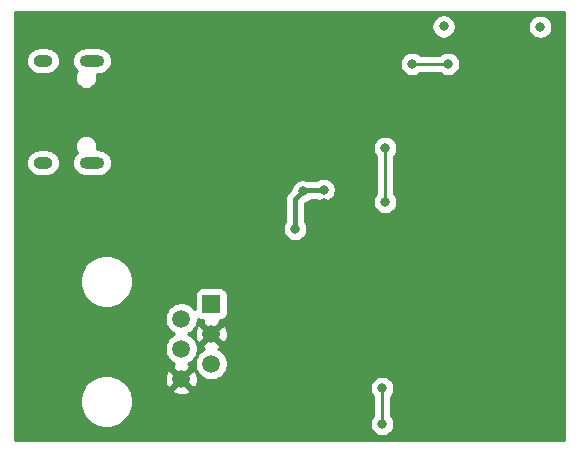
<source format=gbl>
%TF.GenerationSoftware,KiCad,Pcbnew,5.1.10-88a1d61d58~90~ubuntu20.04.1*%
%TF.CreationDate,2021-11-06T01:12:53+01:00*%
%TF.ProjectId,e-meter-usb-c,652d6d65-7465-4722-9d75-73622d632e6b,rev?*%
%TF.SameCoordinates,Original*%
%TF.FileFunction,Copper,L2,Bot*%
%TF.FilePolarity,Positive*%
%FSLAX46Y46*%
G04 Gerber Fmt 4.6, Leading zero omitted, Abs format (unit mm)*
G04 Created by KiCad (PCBNEW 5.1.10-88a1d61d58~90~ubuntu20.04.1) date 2021-11-06 01:12:53*
%MOMM*%
%LPD*%
G01*
G04 APERTURE LIST*
%TA.AperFunction,ComponentPad*%
%ADD10O,2.100000X1.000000*%
%TD*%
%TA.AperFunction,ComponentPad*%
%ADD11O,1.600000X1.000000*%
%TD*%
%TA.AperFunction,ComponentPad*%
%ADD12R,1.520000X1.520000*%
%TD*%
%TA.AperFunction,ComponentPad*%
%ADD13C,1.520000*%
%TD*%
%TA.AperFunction,ViaPad*%
%ADD14C,0.800000*%
%TD*%
%TA.AperFunction,Conductor*%
%ADD15C,0.400000*%
%TD*%
%TA.AperFunction,Conductor*%
%ADD16C,0.250000*%
%TD*%
%TA.AperFunction,Conductor*%
%ADD17C,0.254000*%
%TD*%
%TA.AperFunction,Conductor*%
%ADD18C,0.100000*%
%TD*%
G04 APERTURE END LIST*
D10*
%TO.P,J2,S1*%
%TO.N,Net-(J2-PadS1)*%
X114890000Y-38864000D03*
X114890000Y-30224000D03*
D11*
X110710000Y-30224000D03*
X110710000Y-38864000D03*
%TD*%
D12*
%TO.P,J1,1*%
%TO.N,/HAN_DATA_REQ*%
X124968000Y-50800000D03*
D13*
%TO.P,J1,2*%
X122428000Y-52070000D03*
%TO.P,J1,3*%
%TO.N,GND*%
X124968000Y-53340000D03*
%TO.P,J1,4*%
%TO.N,Net-(J1-Pad4)*%
X122428000Y-54610000D03*
%TO.P,J1,5*%
%TO.N,/HAN_DATA*%
X124968000Y-55880000D03*
%TO.P,J1,6*%
%TO.N,GND*%
X122428000Y-57150000D03*
%TD*%
D14*
%TO.N,GND*%
X134493000Y-42291000D03*
X128841500Y-57340500D03*
X137160000Y-32766000D03*
X137160000Y-35814000D03*
X153543000Y-58293000D03*
X153924000Y-34036000D03*
X149352000Y-46990000D03*
X148336000Y-35560000D03*
X117856000Y-31496000D03*
X117856000Y-38100000D03*
X129794000Y-27432000D03*
X120650000Y-27686000D03*
X138430000Y-28702000D03*
X117856000Y-29083000D03*
X127381000Y-49784000D03*
X127571500Y-52514500D03*
X128524000Y-43942000D03*
X130746500Y-43942000D03*
%TO.N,+3V3*%
X134492999Y-41148000D03*
X132080000Y-44450000D03*
X132715000Y-41275000D03*
%TO.N,/ESP_EN*%
X144653000Y-27305000D03*
X152817000Y-27341000D03*
X141986000Y-30480000D03*
X144997000Y-30480000D03*
%TO.N,/HAN_TO_ESP*%
X139446000Y-60960000D03*
X139446000Y-57949000D03*
%TO.N,/ESP_IO0*%
X139700000Y-37592000D03*
X139700000Y-42164000D03*
%TD*%
D15*
%TO.N,+3V3*%
X134492999Y-41148000D02*
X133096000Y-41148000D01*
X133096000Y-41148000D02*
X132842000Y-41148000D01*
X132080000Y-41910000D02*
X132715000Y-41275000D01*
X132080000Y-44450000D02*
X132080000Y-41910000D01*
X132842000Y-41148000D02*
X132842000Y-41148000D01*
X132715000Y-41275000D02*
X132842000Y-41148000D01*
D16*
%TO.N,/ESP_EN*%
X141986000Y-30480000D02*
X144997000Y-30480000D01*
%TO.N,/HAN_TO_ESP*%
X139446000Y-60960000D02*
X139446000Y-57949000D01*
%TO.N,/ESP_IO0*%
X139700000Y-37592000D02*
X139700000Y-42164000D01*
%TD*%
D17*
%TO.N,GND*%
X154813000Y-62307000D02*
X108381000Y-62307000D01*
X108381000Y-58827409D01*
X113818000Y-58827409D01*
X113818000Y-59272591D01*
X113904851Y-59709218D01*
X114075214Y-60120511D01*
X114322544Y-60490666D01*
X114637334Y-60805456D01*
X115007489Y-61052786D01*
X115418782Y-61223149D01*
X115855409Y-61310000D01*
X116300591Y-61310000D01*
X116737218Y-61223149D01*
X117148511Y-61052786D01*
X117518666Y-60805456D01*
X117833456Y-60490666D01*
X118080786Y-60120511D01*
X118251149Y-59709218D01*
X118338000Y-59272591D01*
X118338000Y-58827409D01*
X118251149Y-58390782D01*
X118136559Y-58114137D01*
X121643469Y-58114137D01*
X121710206Y-58354025D01*
X121958892Y-58470924D01*
X122225606Y-58537061D01*
X122500097Y-58549895D01*
X122771817Y-58508931D01*
X123030326Y-58415744D01*
X123145794Y-58354025D01*
X123212531Y-58114137D01*
X122428000Y-57329605D01*
X121643469Y-58114137D01*
X118136559Y-58114137D01*
X118080786Y-57979489D01*
X117833456Y-57609334D01*
X117518666Y-57294544D01*
X117410242Y-57222097D01*
X121028105Y-57222097D01*
X121069069Y-57493817D01*
X121162256Y-57752326D01*
X121223975Y-57867794D01*
X121463863Y-57934531D01*
X122248395Y-57150000D01*
X122607605Y-57150000D01*
X123392137Y-57934531D01*
X123632025Y-57867794D01*
X123641770Y-57847061D01*
X138411000Y-57847061D01*
X138411000Y-58050939D01*
X138450774Y-58250898D01*
X138528795Y-58439256D01*
X138642063Y-58608774D01*
X138686001Y-58652712D01*
X138686000Y-60256289D01*
X138642063Y-60300226D01*
X138528795Y-60469744D01*
X138450774Y-60658102D01*
X138411000Y-60858061D01*
X138411000Y-61061939D01*
X138450774Y-61261898D01*
X138528795Y-61450256D01*
X138642063Y-61619774D01*
X138786226Y-61763937D01*
X138955744Y-61877205D01*
X139144102Y-61955226D01*
X139344061Y-61995000D01*
X139547939Y-61995000D01*
X139747898Y-61955226D01*
X139936256Y-61877205D01*
X140105774Y-61763937D01*
X140249937Y-61619774D01*
X140363205Y-61450256D01*
X140441226Y-61261898D01*
X140481000Y-61061939D01*
X140481000Y-60858061D01*
X140441226Y-60658102D01*
X140363205Y-60469744D01*
X140249937Y-60300226D01*
X140206000Y-60256289D01*
X140206000Y-58652711D01*
X140249937Y-58608774D01*
X140363205Y-58439256D01*
X140441226Y-58250898D01*
X140481000Y-58050939D01*
X140481000Y-57847061D01*
X140441226Y-57647102D01*
X140363205Y-57458744D01*
X140249937Y-57289226D01*
X140105774Y-57145063D01*
X139936256Y-57031795D01*
X139747898Y-56953774D01*
X139547939Y-56914000D01*
X139344061Y-56914000D01*
X139144102Y-56953774D01*
X138955744Y-57031795D01*
X138786226Y-57145063D01*
X138642063Y-57289226D01*
X138528795Y-57458744D01*
X138450774Y-57647102D01*
X138411000Y-57847061D01*
X123641770Y-57847061D01*
X123748924Y-57619108D01*
X123815061Y-57352394D01*
X123827895Y-57077903D01*
X123786931Y-56806183D01*
X123693744Y-56547674D01*
X123632025Y-56432206D01*
X123392137Y-56365469D01*
X122607605Y-57150000D01*
X122248395Y-57150000D01*
X121463863Y-56365469D01*
X121223975Y-56432206D01*
X121107076Y-56680892D01*
X121040939Y-56947606D01*
X121028105Y-57222097D01*
X117410242Y-57222097D01*
X117148511Y-57047214D01*
X116737218Y-56876851D01*
X116300591Y-56790000D01*
X115855409Y-56790000D01*
X115418782Y-56876851D01*
X115007489Y-57047214D01*
X114637334Y-57294544D01*
X114322544Y-57609334D01*
X114075214Y-57979489D01*
X113904851Y-58390782D01*
X113818000Y-58827409D01*
X108381000Y-58827409D01*
X108381000Y-51932604D01*
X121033000Y-51932604D01*
X121033000Y-52207396D01*
X121086609Y-52476907D01*
X121191767Y-52730780D01*
X121344433Y-52959261D01*
X121538739Y-53153567D01*
X121767220Y-53306233D01*
X121848740Y-53340000D01*
X121767220Y-53373767D01*
X121538739Y-53526433D01*
X121344433Y-53720739D01*
X121191767Y-53949220D01*
X121086609Y-54203093D01*
X121033000Y-54472604D01*
X121033000Y-54747396D01*
X121086609Y-55016907D01*
X121191767Y-55270780D01*
X121344433Y-55499261D01*
X121538739Y-55693567D01*
X121767220Y-55846233D01*
X121843501Y-55877830D01*
X121825674Y-55884256D01*
X121710206Y-55945975D01*
X121643469Y-56185863D01*
X122428000Y-56970395D01*
X123212531Y-56185863D01*
X123145794Y-55945975D01*
X123006293Y-55880400D01*
X123088780Y-55846233D01*
X123243871Y-55742604D01*
X123573000Y-55742604D01*
X123573000Y-56017396D01*
X123626609Y-56286907D01*
X123731767Y-56540780D01*
X123884433Y-56769261D01*
X124078739Y-56963567D01*
X124307220Y-57116233D01*
X124561093Y-57221391D01*
X124830604Y-57275000D01*
X125105396Y-57275000D01*
X125374907Y-57221391D01*
X125628780Y-57116233D01*
X125857261Y-56963567D01*
X126051567Y-56769261D01*
X126204233Y-56540780D01*
X126309391Y-56286907D01*
X126363000Y-56017396D01*
X126363000Y-55742604D01*
X126309391Y-55473093D01*
X126204233Y-55219220D01*
X126051567Y-54990739D01*
X125857261Y-54796433D01*
X125628780Y-54643767D01*
X125552499Y-54612170D01*
X125570326Y-54605744D01*
X125685794Y-54544025D01*
X125752531Y-54304137D01*
X124968000Y-53519605D01*
X124183469Y-54304137D01*
X124250206Y-54544025D01*
X124389707Y-54609600D01*
X124307220Y-54643767D01*
X124078739Y-54796433D01*
X123884433Y-54990739D01*
X123731767Y-55219220D01*
X123626609Y-55473093D01*
X123573000Y-55742604D01*
X123243871Y-55742604D01*
X123317261Y-55693567D01*
X123511567Y-55499261D01*
X123664233Y-55270780D01*
X123769391Y-55016907D01*
X123823000Y-54747396D01*
X123823000Y-54472604D01*
X123769391Y-54203093D01*
X123664233Y-53949220D01*
X123511567Y-53720739D01*
X123317261Y-53526433D01*
X123146145Y-53412097D01*
X123568105Y-53412097D01*
X123609069Y-53683817D01*
X123702256Y-53942326D01*
X123763975Y-54057794D01*
X124003863Y-54124531D01*
X124788395Y-53340000D01*
X125147605Y-53340000D01*
X125932137Y-54124531D01*
X126172025Y-54057794D01*
X126288924Y-53809108D01*
X126355061Y-53542394D01*
X126367895Y-53267903D01*
X126326931Y-52996183D01*
X126233744Y-52737674D01*
X126172025Y-52622206D01*
X125932137Y-52555469D01*
X125147605Y-53340000D01*
X124788395Y-53340000D01*
X124003863Y-52555469D01*
X123763975Y-52622206D01*
X123647076Y-52870892D01*
X123580939Y-53137606D01*
X123568105Y-53412097D01*
X123146145Y-53412097D01*
X123088780Y-53373767D01*
X123007260Y-53340000D01*
X123088780Y-53306233D01*
X123317261Y-53153567D01*
X123511567Y-52959261D01*
X123664233Y-52730780D01*
X123769391Y-52476907D01*
X123823000Y-52207396D01*
X123823000Y-52065501D01*
X123853506Y-52090537D01*
X123963820Y-52149502D01*
X124083518Y-52185812D01*
X124208000Y-52198072D01*
X124232931Y-52198072D01*
X124183469Y-52375863D01*
X124968000Y-53160395D01*
X125752531Y-52375863D01*
X125703069Y-52198072D01*
X125728000Y-52198072D01*
X125852482Y-52185812D01*
X125972180Y-52149502D01*
X126082494Y-52090537D01*
X126179185Y-52011185D01*
X126258537Y-51914494D01*
X126317502Y-51804180D01*
X126353812Y-51684482D01*
X126366072Y-51560000D01*
X126366072Y-50040000D01*
X126353812Y-49915518D01*
X126317502Y-49795820D01*
X126258537Y-49685506D01*
X126179185Y-49588815D01*
X126082494Y-49509463D01*
X125972180Y-49450498D01*
X125852482Y-49414188D01*
X125728000Y-49401928D01*
X124208000Y-49401928D01*
X124083518Y-49414188D01*
X123963820Y-49450498D01*
X123853506Y-49509463D01*
X123756815Y-49588815D01*
X123677463Y-49685506D01*
X123618498Y-49795820D01*
X123582188Y-49915518D01*
X123569928Y-50040000D01*
X123569928Y-51268082D01*
X123511567Y-51180739D01*
X123317261Y-50986433D01*
X123088780Y-50833767D01*
X122834907Y-50728609D01*
X122565396Y-50675000D01*
X122290604Y-50675000D01*
X122021093Y-50728609D01*
X121767220Y-50833767D01*
X121538739Y-50986433D01*
X121344433Y-51180739D01*
X121191767Y-51409220D01*
X121086609Y-51663093D01*
X121033000Y-51932604D01*
X108381000Y-51932604D01*
X108381000Y-48667409D01*
X113818000Y-48667409D01*
X113818000Y-49112591D01*
X113904851Y-49549218D01*
X114075214Y-49960511D01*
X114322544Y-50330666D01*
X114637334Y-50645456D01*
X115007489Y-50892786D01*
X115418782Y-51063149D01*
X115855409Y-51150000D01*
X116300591Y-51150000D01*
X116737218Y-51063149D01*
X117148511Y-50892786D01*
X117518666Y-50645456D01*
X117833456Y-50330666D01*
X118080786Y-49960511D01*
X118251149Y-49549218D01*
X118338000Y-49112591D01*
X118338000Y-48667409D01*
X118251149Y-48230782D01*
X118080786Y-47819489D01*
X117833456Y-47449334D01*
X117518666Y-47134544D01*
X117148511Y-46887214D01*
X116737218Y-46716851D01*
X116300591Y-46630000D01*
X115855409Y-46630000D01*
X115418782Y-46716851D01*
X115007489Y-46887214D01*
X114637334Y-47134544D01*
X114322544Y-47449334D01*
X114075214Y-47819489D01*
X113904851Y-48230782D01*
X113818000Y-48667409D01*
X108381000Y-48667409D01*
X108381000Y-44348061D01*
X131045000Y-44348061D01*
X131045000Y-44551939D01*
X131084774Y-44751898D01*
X131162795Y-44940256D01*
X131276063Y-45109774D01*
X131420226Y-45253937D01*
X131589744Y-45367205D01*
X131778102Y-45445226D01*
X131978061Y-45485000D01*
X132181939Y-45485000D01*
X132381898Y-45445226D01*
X132570256Y-45367205D01*
X132739774Y-45253937D01*
X132883937Y-45109774D01*
X132997205Y-44940256D01*
X133075226Y-44751898D01*
X133115000Y-44551939D01*
X133115000Y-44348061D01*
X133075226Y-44148102D01*
X132997205Y-43959744D01*
X132915000Y-43836715D01*
X132915000Y-42290495D01*
X133016898Y-42270226D01*
X133205256Y-42192205D01*
X133374774Y-42078937D01*
X133470711Y-41983000D01*
X133879714Y-41983000D01*
X134002743Y-42065205D01*
X134191101Y-42143226D01*
X134391060Y-42183000D01*
X134594938Y-42183000D01*
X134794897Y-42143226D01*
X134983255Y-42065205D01*
X135152773Y-41951937D01*
X135296936Y-41807774D01*
X135410204Y-41638256D01*
X135488225Y-41449898D01*
X135527999Y-41249939D01*
X135527999Y-41046061D01*
X135488225Y-40846102D01*
X135410204Y-40657744D01*
X135296936Y-40488226D01*
X135152773Y-40344063D01*
X134983255Y-40230795D01*
X134794897Y-40152774D01*
X134594938Y-40113000D01*
X134391060Y-40113000D01*
X134191101Y-40152774D01*
X134002743Y-40230795D01*
X133879714Y-40313000D01*
X133097112Y-40313000D01*
X133016898Y-40279774D01*
X132816939Y-40240000D01*
X132613061Y-40240000D01*
X132413102Y-40279774D01*
X132224744Y-40357795D01*
X132055226Y-40471063D01*
X131911063Y-40615226D01*
X131797795Y-40784744D01*
X131719774Y-40973102D01*
X131690908Y-41118225D01*
X131518573Y-41290559D01*
X131486710Y-41316709D01*
X131437281Y-41376939D01*
X131382364Y-41443855D01*
X131304828Y-41588914D01*
X131257082Y-41746312D01*
X131240960Y-41910000D01*
X131245001Y-41951028D01*
X131245000Y-43836715D01*
X131162795Y-43959744D01*
X131084774Y-44148102D01*
X131045000Y-44348061D01*
X108381000Y-44348061D01*
X108381000Y-38864000D01*
X109269509Y-38864000D01*
X109291423Y-39086499D01*
X109356324Y-39300447D01*
X109461716Y-39497623D01*
X109603551Y-39670449D01*
X109776377Y-39812284D01*
X109973553Y-39917676D01*
X110187501Y-39982577D01*
X110354248Y-39999000D01*
X111065752Y-39999000D01*
X111232499Y-39982577D01*
X111446447Y-39917676D01*
X111643623Y-39812284D01*
X111816449Y-39670449D01*
X111958284Y-39497623D01*
X112063676Y-39300447D01*
X112128577Y-39086499D01*
X112150491Y-38864000D01*
X113199509Y-38864000D01*
X113221423Y-39086499D01*
X113286324Y-39300447D01*
X113391716Y-39497623D01*
X113533551Y-39670449D01*
X113706377Y-39812284D01*
X113903553Y-39917676D01*
X114117501Y-39982577D01*
X114284248Y-39999000D01*
X115495752Y-39999000D01*
X115662499Y-39982577D01*
X115876447Y-39917676D01*
X116073623Y-39812284D01*
X116246449Y-39670449D01*
X116388284Y-39497623D01*
X116493676Y-39300447D01*
X116558577Y-39086499D01*
X116580491Y-38864000D01*
X116558577Y-38641501D01*
X116493676Y-38427553D01*
X116388284Y-38230377D01*
X116246449Y-38057551D01*
X116073623Y-37915716D01*
X115876447Y-37810324D01*
X115662499Y-37745423D01*
X115495752Y-37729000D01*
X115276904Y-37729000D01*
X115283108Y-37714022D01*
X115320000Y-37528552D01*
X115320000Y-37490061D01*
X138665000Y-37490061D01*
X138665000Y-37693939D01*
X138704774Y-37893898D01*
X138782795Y-38082256D01*
X138896063Y-38251774D01*
X138940000Y-38295711D01*
X138940001Y-41460288D01*
X138896063Y-41504226D01*
X138782795Y-41673744D01*
X138704774Y-41862102D01*
X138665000Y-42062061D01*
X138665000Y-42265939D01*
X138704774Y-42465898D01*
X138782795Y-42654256D01*
X138896063Y-42823774D01*
X139040226Y-42967937D01*
X139209744Y-43081205D01*
X139398102Y-43159226D01*
X139598061Y-43199000D01*
X139801939Y-43199000D01*
X140001898Y-43159226D01*
X140190256Y-43081205D01*
X140359774Y-42967937D01*
X140503937Y-42823774D01*
X140617205Y-42654256D01*
X140695226Y-42465898D01*
X140735000Y-42265939D01*
X140735000Y-42062061D01*
X140695226Y-41862102D01*
X140617205Y-41673744D01*
X140503937Y-41504226D01*
X140460000Y-41460289D01*
X140460000Y-38295711D01*
X140503937Y-38251774D01*
X140617205Y-38082256D01*
X140695226Y-37893898D01*
X140735000Y-37693939D01*
X140735000Y-37490061D01*
X140695226Y-37290102D01*
X140617205Y-37101744D01*
X140503937Y-36932226D01*
X140359774Y-36788063D01*
X140190256Y-36674795D01*
X140001898Y-36596774D01*
X139801939Y-36557000D01*
X139598061Y-36557000D01*
X139398102Y-36596774D01*
X139209744Y-36674795D01*
X139040226Y-36788063D01*
X138896063Y-36932226D01*
X138782795Y-37101744D01*
X138704774Y-37290102D01*
X138665000Y-37490061D01*
X115320000Y-37490061D01*
X115320000Y-37339448D01*
X115283108Y-37153978D01*
X115210741Y-36979269D01*
X115105681Y-36822036D01*
X114971964Y-36688319D01*
X114814731Y-36583259D01*
X114640022Y-36510892D01*
X114454552Y-36474000D01*
X114265448Y-36474000D01*
X114079978Y-36510892D01*
X113905269Y-36583259D01*
X113748036Y-36688319D01*
X113614319Y-36822036D01*
X113509259Y-36979269D01*
X113436892Y-37153978D01*
X113400000Y-37339448D01*
X113400000Y-37528552D01*
X113436892Y-37714022D01*
X113509259Y-37888731D01*
X113590715Y-38010638D01*
X113533551Y-38057551D01*
X113391716Y-38230377D01*
X113286324Y-38427553D01*
X113221423Y-38641501D01*
X113199509Y-38864000D01*
X112150491Y-38864000D01*
X112128577Y-38641501D01*
X112063676Y-38427553D01*
X111958284Y-38230377D01*
X111816449Y-38057551D01*
X111643623Y-37915716D01*
X111446447Y-37810324D01*
X111232499Y-37745423D01*
X111065752Y-37729000D01*
X110354248Y-37729000D01*
X110187501Y-37745423D01*
X109973553Y-37810324D01*
X109776377Y-37915716D01*
X109603551Y-38057551D01*
X109461716Y-38230377D01*
X109356324Y-38427553D01*
X109291423Y-38641501D01*
X109269509Y-38864000D01*
X108381000Y-38864000D01*
X108381000Y-30224000D01*
X109269509Y-30224000D01*
X109291423Y-30446499D01*
X109356324Y-30660447D01*
X109461716Y-30857623D01*
X109603551Y-31030449D01*
X109776377Y-31172284D01*
X109973553Y-31277676D01*
X110187501Y-31342577D01*
X110354248Y-31359000D01*
X111065752Y-31359000D01*
X111232499Y-31342577D01*
X111446447Y-31277676D01*
X111643623Y-31172284D01*
X111816449Y-31030449D01*
X111958284Y-30857623D01*
X112063676Y-30660447D01*
X112128577Y-30446499D01*
X112150491Y-30224000D01*
X113199509Y-30224000D01*
X113221423Y-30446499D01*
X113286324Y-30660447D01*
X113391716Y-30857623D01*
X113533551Y-31030449D01*
X113590715Y-31077362D01*
X113509259Y-31199269D01*
X113436892Y-31373978D01*
X113400000Y-31559448D01*
X113400000Y-31748552D01*
X113436892Y-31934022D01*
X113509259Y-32108731D01*
X113614319Y-32265964D01*
X113748036Y-32399681D01*
X113905269Y-32504741D01*
X114079978Y-32577108D01*
X114265448Y-32614000D01*
X114454552Y-32614000D01*
X114640022Y-32577108D01*
X114814731Y-32504741D01*
X114971964Y-32399681D01*
X115105681Y-32265964D01*
X115210741Y-32108731D01*
X115283108Y-31934022D01*
X115320000Y-31748552D01*
X115320000Y-31559448D01*
X115283108Y-31373978D01*
X115276904Y-31359000D01*
X115495752Y-31359000D01*
X115662499Y-31342577D01*
X115876447Y-31277676D01*
X116073623Y-31172284D01*
X116246449Y-31030449D01*
X116388284Y-30857623D01*
X116493676Y-30660447D01*
X116558577Y-30446499D01*
X116565317Y-30378061D01*
X140951000Y-30378061D01*
X140951000Y-30581939D01*
X140990774Y-30781898D01*
X141068795Y-30970256D01*
X141182063Y-31139774D01*
X141326226Y-31283937D01*
X141495744Y-31397205D01*
X141684102Y-31475226D01*
X141884061Y-31515000D01*
X142087939Y-31515000D01*
X142287898Y-31475226D01*
X142476256Y-31397205D01*
X142645774Y-31283937D01*
X142689711Y-31240000D01*
X144293289Y-31240000D01*
X144337226Y-31283937D01*
X144506744Y-31397205D01*
X144695102Y-31475226D01*
X144895061Y-31515000D01*
X145098939Y-31515000D01*
X145298898Y-31475226D01*
X145487256Y-31397205D01*
X145656774Y-31283937D01*
X145800937Y-31139774D01*
X145914205Y-30970256D01*
X145992226Y-30781898D01*
X146032000Y-30581939D01*
X146032000Y-30378061D01*
X145992226Y-30178102D01*
X145914205Y-29989744D01*
X145800937Y-29820226D01*
X145656774Y-29676063D01*
X145487256Y-29562795D01*
X145298898Y-29484774D01*
X145098939Y-29445000D01*
X144895061Y-29445000D01*
X144695102Y-29484774D01*
X144506744Y-29562795D01*
X144337226Y-29676063D01*
X144293289Y-29720000D01*
X142689711Y-29720000D01*
X142645774Y-29676063D01*
X142476256Y-29562795D01*
X142287898Y-29484774D01*
X142087939Y-29445000D01*
X141884061Y-29445000D01*
X141684102Y-29484774D01*
X141495744Y-29562795D01*
X141326226Y-29676063D01*
X141182063Y-29820226D01*
X141068795Y-29989744D01*
X140990774Y-30178102D01*
X140951000Y-30378061D01*
X116565317Y-30378061D01*
X116580491Y-30224000D01*
X116558577Y-30001501D01*
X116493676Y-29787553D01*
X116388284Y-29590377D01*
X116246449Y-29417551D01*
X116073623Y-29275716D01*
X115876447Y-29170324D01*
X115662499Y-29105423D01*
X115495752Y-29089000D01*
X114284248Y-29089000D01*
X114117501Y-29105423D01*
X113903553Y-29170324D01*
X113706377Y-29275716D01*
X113533551Y-29417551D01*
X113391716Y-29590377D01*
X113286324Y-29787553D01*
X113221423Y-30001501D01*
X113199509Y-30224000D01*
X112150491Y-30224000D01*
X112128577Y-30001501D01*
X112063676Y-29787553D01*
X111958284Y-29590377D01*
X111816449Y-29417551D01*
X111643623Y-29275716D01*
X111446447Y-29170324D01*
X111232499Y-29105423D01*
X111065752Y-29089000D01*
X110354248Y-29089000D01*
X110187501Y-29105423D01*
X109973553Y-29170324D01*
X109776377Y-29275716D01*
X109603551Y-29417551D01*
X109461716Y-29590377D01*
X109356324Y-29787553D01*
X109291423Y-30001501D01*
X109269509Y-30224000D01*
X108381000Y-30224000D01*
X108381000Y-27203061D01*
X143618000Y-27203061D01*
X143618000Y-27406939D01*
X143657774Y-27606898D01*
X143735795Y-27795256D01*
X143849063Y-27964774D01*
X143993226Y-28108937D01*
X144162744Y-28222205D01*
X144351102Y-28300226D01*
X144551061Y-28340000D01*
X144754939Y-28340000D01*
X144954898Y-28300226D01*
X145143256Y-28222205D01*
X145312774Y-28108937D01*
X145456937Y-27964774D01*
X145570205Y-27795256D01*
X145648226Y-27606898D01*
X145688000Y-27406939D01*
X145688000Y-27239061D01*
X151782000Y-27239061D01*
X151782000Y-27442939D01*
X151821774Y-27642898D01*
X151899795Y-27831256D01*
X152013063Y-28000774D01*
X152157226Y-28144937D01*
X152326744Y-28258205D01*
X152515102Y-28336226D01*
X152715061Y-28376000D01*
X152918939Y-28376000D01*
X153118898Y-28336226D01*
X153307256Y-28258205D01*
X153476774Y-28144937D01*
X153620937Y-28000774D01*
X153734205Y-27831256D01*
X153812226Y-27642898D01*
X153852000Y-27442939D01*
X153852000Y-27239061D01*
X153812226Y-27039102D01*
X153734205Y-26850744D01*
X153620937Y-26681226D01*
X153476774Y-26537063D01*
X153307256Y-26423795D01*
X153118898Y-26345774D01*
X152918939Y-26306000D01*
X152715061Y-26306000D01*
X152515102Y-26345774D01*
X152326744Y-26423795D01*
X152157226Y-26537063D01*
X152013063Y-26681226D01*
X151899795Y-26850744D01*
X151821774Y-27039102D01*
X151782000Y-27239061D01*
X145688000Y-27239061D01*
X145688000Y-27203061D01*
X145648226Y-27003102D01*
X145570205Y-26814744D01*
X145456937Y-26645226D01*
X145312774Y-26501063D01*
X145143256Y-26387795D01*
X144954898Y-26309774D01*
X144754939Y-26270000D01*
X144551061Y-26270000D01*
X144351102Y-26309774D01*
X144162744Y-26387795D01*
X143993226Y-26501063D01*
X143849063Y-26645226D01*
X143735795Y-26814744D01*
X143657774Y-27003102D01*
X143618000Y-27203061D01*
X108381000Y-27203061D01*
X108381000Y-26085000D01*
X154813000Y-26085000D01*
X154813000Y-62307000D01*
%TA.AperFunction,Conductor*%
D18*
G36*
X154813000Y-62307000D02*
G01*
X108381000Y-62307000D01*
X108381000Y-58827409D01*
X113818000Y-58827409D01*
X113818000Y-59272591D01*
X113904851Y-59709218D01*
X114075214Y-60120511D01*
X114322544Y-60490666D01*
X114637334Y-60805456D01*
X115007489Y-61052786D01*
X115418782Y-61223149D01*
X115855409Y-61310000D01*
X116300591Y-61310000D01*
X116737218Y-61223149D01*
X117148511Y-61052786D01*
X117518666Y-60805456D01*
X117833456Y-60490666D01*
X118080786Y-60120511D01*
X118251149Y-59709218D01*
X118338000Y-59272591D01*
X118338000Y-58827409D01*
X118251149Y-58390782D01*
X118136559Y-58114137D01*
X121643469Y-58114137D01*
X121710206Y-58354025D01*
X121958892Y-58470924D01*
X122225606Y-58537061D01*
X122500097Y-58549895D01*
X122771817Y-58508931D01*
X123030326Y-58415744D01*
X123145794Y-58354025D01*
X123212531Y-58114137D01*
X122428000Y-57329605D01*
X121643469Y-58114137D01*
X118136559Y-58114137D01*
X118080786Y-57979489D01*
X117833456Y-57609334D01*
X117518666Y-57294544D01*
X117410242Y-57222097D01*
X121028105Y-57222097D01*
X121069069Y-57493817D01*
X121162256Y-57752326D01*
X121223975Y-57867794D01*
X121463863Y-57934531D01*
X122248395Y-57150000D01*
X122607605Y-57150000D01*
X123392137Y-57934531D01*
X123632025Y-57867794D01*
X123641770Y-57847061D01*
X138411000Y-57847061D01*
X138411000Y-58050939D01*
X138450774Y-58250898D01*
X138528795Y-58439256D01*
X138642063Y-58608774D01*
X138686001Y-58652712D01*
X138686000Y-60256289D01*
X138642063Y-60300226D01*
X138528795Y-60469744D01*
X138450774Y-60658102D01*
X138411000Y-60858061D01*
X138411000Y-61061939D01*
X138450774Y-61261898D01*
X138528795Y-61450256D01*
X138642063Y-61619774D01*
X138786226Y-61763937D01*
X138955744Y-61877205D01*
X139144102Y-61955226D01*
X139344061Y-61995000D01*
X139547939Y-61995000D01*
X139747898Y-61955226D01*
X139936256Y-61877205D01*
X140105774Y-61763937D01*
X140249937Y-61619774D01*
X140363205Y-61450256D01*
X140441226Y-61261898D01*
X140481000Y-61061939D01*
X140481000Y-60858061D01*
X140441226Y-60658102D01*
X140363205Y-60469744D01*
X140249937Y-60300226D01*
X140206000Y-60256289D01*
X140206000Y-58652711D01*
X140249937Y-58608774D01*
X140363205Y-58439256D01*
X140441226Y-58250898D01*
X140481000Y-58050939D01*
X140481000Y-57847061D01*
X140441226Y-57647102D01*
X140363205Y-57458744D01*
X140249937Y-57289226D01*
X140105774Y-57145063D01*
X139936256Y-57031795D01*
X139747898Y-56953774D01*
X139547939Y-56914000D01*
X139344061Y-56914000D01*
X139144102Y-56953774D01*
X138955744Y-57031795D01*
X138786226Y-57145063D01*
X138642063Y-57289226D01*
X138528795Y-57458744D01*
X138450774Y-57647102D01*
X138411000Y-57847061D01*
X123641770Y-57847061D01*
X123748924Y-57619108D01*
X123815061Y-57352394D01*
X123827895Y-57077903D01*
X123786931Y-56806183D01*
X123693744Y-56547674D01*
X123632025Y-56432206D01*
X123392137Y-56365469D01*
X122607605Y-57150000D01*
X122248395Y-57150000D01*
X121463863Y-56365469D01*
X121223975Y-56432206D01*
X121107076Y-56680892D01*
X121040939Y-56947606D01*
X121028105Y-57222097D01*
X117410242Y-57222097D01*
X117148511Y-57047214D01*
X116737218Y-56876851D01*
X116300591Y-56790000D01*
X115855409Y-56790000D01*
X115418782Y-56876851D01*
X115007489Y-57047214D01*
X114637334Y-57294544D01*
X114322544Y-57609334D01*
X114075214Y-57979489D01*
X113904851Y-58390782D01*
X113818000Y-58827409D01*
X108381000Y-58827409D01*
X108381000Y-51932604D01*
X121033000Y-51932604D01*
X121033000Y-52207396D01*
X121086609Y-52476907D01*
X121191767Y-52730780D01*
X121344433Y-52959261D01*
X121538739Y-53153567D01*
X121767220Y-53306233D01*
X121848740Y-53340000D01*
X121767220Y-53373767D01*
X121538739Y-53526433D01*
X121344433Y-53720739D01*
X121191767Y-53949220D01*
X121086609Y-54203093D01*
X121033000Y-54472604D01*
X121033000Y-54747396D01*
X121086609Y-55016907D01*
X121191767Y-55270780D01*
X121344433Y-55499261D01*
X121538739Y-55693567D01*
X121767220Y-55846233D01*
X121843501Y-55877830D01*
X121825674Y-55884256D01*
X121710206Y-55945975D01*
X121643469Y-56185863D01*
X122428000Y-56970395D01*
X123212531Y-56185863D01*
X123145794Y-55945975D01*
X123006293Y-55880400D01*
X123088780Y-55846233D01*
X123243871Y-55742604D01*
X123573000Y-55742604D01*
X123573000Y-56017396D01*
X123626609Y-56286907D01*
X123731767Y-56540780D01*
X123884433Y-56769261D01*
X124078739Y-56963567D01*
X124307220Y-57116233D01*
X124561093Y-57221391D01*
X124830604Y-57275000D01*
X125105396Y-57275000D01*
X125374907Y-57221391D01*
X125628780Y-57116233D01*
X125857261Y-56963567D01*
X126051567Y-56769261D01*
X126204233Y-56540780D01*
X126309391Y-56286907D01*
X126363000Y-56017396D01*
X126363000Y-55742604D01*
X126309391Y-55473093D01*
X126204233Y-55219220D01*
X126051567Y-54990739D01*
X125857261Y-54796433D01*
X125628780Y-54643767D01*
X125552499Y-54612170D01*
X125570326Y-54605744D01*
X125685794Y-54544025D01*
X125752531Y-54304137D01*
X124968000Y-53519605D01*
X124183469Y-54304137D01*
X124250206Y-54544025D01*
X124389707Y-54609600D01*
X124307220Y-54643767D01*
X124078739Y-54796433D01*
X123884433Y-54990739D01*
X123731767Y-55219220D01*
X123626609Y-55473093D01*
X123573000Y-55742604D01*
X123243871Y-55742604D01*
X123317261Y-55693567D01*
X123511567Y-55499261D01*
X123664233Y-55270780D01*
X123769391Y-55016907D01*
X123823000Y-54747396D01*
X123823000Y-54472604D01*
X123769391Y-54203093D01*
X123664233Y-53949220D01*
X123511567Y-53720739D01*
X123317261Y-53526433D01*
X123146145Y-53412097D01*
X123568105Y-53412097D01*
X123609069Y-53683817D01*
X123702256Y-53942326D01*
X123763975Y-54057794D01*
X124003863Y-54124531D01*
X124788395Y-53340000D01*
X125147605Y-53340000D01*
X125932137Y-54124531D01*
X126172025Y-54057794D01*
X126288924Y-53809108D01*
X126355061Y-53542394D01*
X126367895Y-53267903D01*
X126326931Y-52996183D01*
X126233744Y-52737674D01*
X126172025Y-52622206D01*
X125932137Y-52555469D01*
X125147605Y-53340000D01*
X124788395Y-53340000D01*
X124003863Y-52555469D01*
X123763975Y-52622206D01*
X123647076Y-52870892D01*
X123580939Y-53137606D01*
X123568105Y-53412097D01*
X123146145Y-53412097D01*
X123088780Y-53373767D01*
X123007260Y-53340000D01*
X123088780Y-53306233D01*
X123317261Y-53153567D01*
X123511567Y-52959261D01*
X123664233Y-52730780D01*
X123769391Y-52476907D01*
X123823000Y-52207396D01*
X123823000Y-52065501D01*
X123853506Y-52090537D01*
X123963820Y-52149502D01*
X124083518Y-52185812D01*
X124208000Y-52198072D01*
X124232931Y-52198072D01*
X124183469Y-52375863D01*
X124968000Y-53160395D01*
X125752531Y-52375863D01*
X125703069Y-52198072D01*
X125728000Y-52198072D01*
X125852482Y-52185812D01*
X125972180Y-52149502D01*
X126082494Y-52090537D01*
X126179185Y-52011185D01*
X126258537Y-51914494D01*
X126317502Y-51804180D01*
X126353812Y-51684482D01*
X126366072Y-51560000D01*
X126366072Y-50040000D01*
X126353812Y-49915518D01*
X126317502Y-49795820D01*
X126258537Y-49685506D01*
X126179185Y-49588815D01*
X126082494Y-49509463D01*
X125972180Y-49450498D01*
X125852482Y-49414188D01*
X125728000Y-49401928D01*
X124208000Y-49401928D01*
X124083518Y-49414188D01*
X123963820Y-49450498D01*
X123853506Y-49509463D01*
X123756815Y-49588815D01*
X123677463Y-49685506D01*
X123618498Y-49795820D01*
X123582188Y-49915518D01*
X123569928Y-50040000D01*
X123569928Y-51268082D01*
X123511567Y-51180739D01*
X123317261Y-50986433D01*
X123088780Y-50833767D01*
X122834907Y-50728609D01*
X122565396Y-50675000D01*
X122290604Y-50675000D01*
X122021093Y-50728609D01*
X121767220Y-50833767D01*
X121538739Y-50986433D01*
X121344433Y-51180739D01*
X121191767Y-51409220D01*
X121086609Y-51663093D01*
X121033000Y-51932604D01*
X108381000Y-51932604D01*
X108381000Y-48667409D01*
X113818000Y-48667409D01*
X113818000Y-49112591D01*
X113904851Y-49549218D01*
X114075214Y-49960511D01*
X114322544Y-50330666D01*
X114637334Y-50645456D01*
X115007489Y-50892786D01*
X115418782Y-51063149D01*
X115855409Y-51150000D01*
X116300591Y-51150000D01*
X116737218Y-51063149D01*
X117148511Y-50892786D01*
X117518666Y-50645456D01*
X117833456Y-50330666D01*
X118080786Y-49960511D01*
X118251149Y-49549218D01*
X118338000Y-49112591D01*
X118338000Y-48667409D01*
X118251149Y-48230782D01*
X118080786Y-47819489D01*
X117833456Y-47449334D01*
X117518666Y-47134544D01*
X117148511Y-46887214D01*
X116737218Y-46716851D01*
X116300591Y-46630000D01*
X115855409Y-46630000D01*
X115418782Y-46716851D01*
X115007489Y-46887214D01*
X114637334Y-47134544D01*
X114322544Y-47449334D01*
X114075214Y-47819489D01*
X113904851Y-48230782D01*
X113818000Y-48667409D01*
X108381000Y-48667409D01*
X108381000Y-44348061D01*
X131045000Y-44348061D01*
X131045000Y-44551939D01*
X131084774Y-44751898D01*
X131162795Y-44940256D01*
X131276063Y-45109774D01*
X131420226Y-45253937D01*
X131589744Y-45367205D01*
X131778102Y-45445226D01*
X131978061Y-45485000D01*
X132181939Y-45485000D01*
X132381898Y-45445226D01*
X132570256Y-45367205D01*
X132739774Y-45253937D01*
X132883937Y-45109774D01*
X132997205Y-44940256D01*
X133075226Y-44751898D01*
X133115000Y-44551939D01*
X133115000Y-44348061D01*
X133075226Y-44148102D01*
X132997205Y-43959744D01*
X132915000Y-43836715D01*
X132915000Y-42290495D01*
X133016898Y-42270226D01*
X133205256Y-42192205D01*
X133374774Y-42078937D01*
X133470711Y-41983000D01*
X133879714Y-41983000D01*
X134002743Y-42065205D01*
X134191101Y-42143226D01*
X134391060Y-42183000D01*
X134594938Y-42183000D01*
X134794897Y-42143226D01*
X134983255Y-42065205D01*
X135152773Y-41951937D01*
X135296936Y-41807774D01*
X135410204Y-41638256D01*
X135488225Y-41449898D01*
X135527999Y-41249939D01*
X135527999Y-41046061D01*
X135488225Y-40846102D01*
X135410204Y-40657744D01*
X135296936Y-40488226D01*
X135152773Y-40344063D01*
X134983255Y-40230795D01*
X134794897Y-40152774D01*
X134594938Y-40113000D01*
X134391060Y-40113000D01*
X134191101Y-40152774D01*
X134002743Y-40230795D01*
X133879714Y-40313000D01*
X133097112Y-40313000D01*
X133016898Y-40279774D01*
X132816939Y-40240000D01*
X132613061Y-40240000D01*
X132413102Y-40279774D01*
X132224744Y-40357795D01*
X132055226Y-40471063D01*
X131911063Y-40615226D01*
X131797795Y-40784744D01*
X131719774Y-40973102D01*
X131690908Y-41118225D01*
X131518573Y-41290559D01*
X131486710Y-41316709D01*
X131437281Y-41376939D01*
X131382364Y-41443855D01*
X131304828Y-41588914D01*
X131257082Y-41746312D01*
X131240960Y-41910000D01*
X131245001Y-41951028D01*
X131245000Y-43836715D01*
X131162795Y-43959744D01*
X131084774Y-44148102D01*
X131045000Y-44348061D01*
X108381000Y-44348061D01*
X108381000Y-38864000D01*
X109269509Y-38864000D01*
X109291423Y-39086499D01*
X109356324Y-39300447D01*
X109461716Y-39497623D01*
X109603551Y-39670449D01*
X109776377Y-39812284D01*
X109973553Y-39917676D01*
X110187501Y-39982577D01*
X110354248Y-39999000D01*
X111065752Y-39999000D01*
X111232499Y-39982577D01*
X111446447Y-39917676D01*
X111643623Y-39812284D01*
X111816449Y-39670449D01*
X111958284Y-39497623D01*
X112063676Y-39300447D01*
X112128577Y-39086499D01*
X112150491Y-38864000D01*
X113199509Y-38864000D01*
X113221423Y-39086499D01*
X113286324Y-39300447D01*
X113391716Y-39497623D01*
X113533551Y-39670449D01*
X113706377Y-39812284D01*
X113903553Y-39917676D01*
X114117501Y-39982577D01*
X114284248Y-39999000D01*
X115495752Y-39999000D01*
X115662499Y-39982577D01*
X115876447Y-39917676D01*
X116073623Y-39812284D01*
X116246449Y-39670449D01*
X116388284Y-39497623D01*
X116493676Y-39300447D01*
X116558577Y-39086499D01*
X116580491Y-38864000D01*
X116558577Y-38641501D01*
X116493676Y-38427553D01*
X116388284Y-38230377D01*
X116246449Y-38057551D01*
X116073623Y-37915716D01*
X115876447Y-37810324D01*
X115662499Y-37745423D01*
X115495752Y-37729000D01*
X115276904Y-37729000D01*
X115283108Y-37714022D01*
X115320000Y-37528552D01*
X115320000Y-37490061D01*
X138665000Y-37490061D01*
X138665000Y-37693939D01*
X138704774Y-37893898D01*
X138782795Y-38082256D01*
X138896063Y-38251774D01*
X138940000Y-38295711D01*
X138940001Y-41460288D01*
X138896063Y-41504226D01*
X138782795Y-41673744D01*
X138704774Y-41862102D01*
X138665000Y-42062061D01*
X138665000Y-42265939D01*
X138704774Y-42465898D01*
X138782795Y-42654256D01*
X138896063Y-42823774D01*
X139040226Y-42967937D01*
X139209744Y-43081205D01*
X139398102Y-43159226D01*
X139598061Y-43199000D01*
X139801939Y-43199000D01*
X140001898Y-43159226D01*
X140190256Y-43081205D01*
X140359774Y-42967937D01*
X140503937Y-42823774D01*
X140617205Y-42654256D01*
X140695226Y-42465898D01*
X140735000Y-42265939D01*
X140735000Y-42062061D01*
X140695226Y-41862102D01*
X140617205Y-41673744D01*
X140503937Y-41504226D01*
X140460000Y-41460289D01*
X140460000Y-38295711D01*
X140503937Y-38251774D01*
X140617205Y-38082256D01*
X140695226Y-37893898D01*
X140735000Y-37693939D01*
X140735000Y-37490061D01*
X140695226Y-37290102D01*
X140617205Y-37101744D01*
X140503937Y-36932226D01*
X140359774Y-36788063D01*
X140190256Y-36674795D01*
X140001898Y-36596774D01*
X139801939Y-36557000D01*
X139598061Y-36557000D01*
X139398102Y-36596774D01*
X139209744Y-36674795D01*
X139040226Y-36788063D01*
X138896063Y-36932226D01*
X138782795Y-37101744D01*
X138704774Y-37290102D01*
X138665000Y-37490061D01*
X115320000Y-37490061D01*
X115320000Y-37339448D01*
X115283108Y-37153978D01*
X115210741Y-36979269D01*
X115105681Y-36822036D01*
X114971964Y-36688319D01*
X114814731Y-36583259D01*
X114640022Y-36510892D01*
X114454552Y-36474000D01*
X114265448Y-36474000D01*
X114079978Y-36510892D01*
X113905269Y-36583259D01*
X113748036Y-36688319D01*
X113614319Y-36822036D01*
X113509259Y-36979269D01*
X113436892Y-37153978D01*
X113400000Y-37339448D01*
X113400000Y-37528552D01*
X113436892Y-37714022D01*
X113509259Y-37888731D01*
X113590715Y-38010638D01*
X113533551Y-38057551D01*
X113391716Y-38230377D01*
X113286324Y-38427553D01*
X113221423Y-38641501D01*
X113199509Y-38864000D01*
X112150491Y-38864000D01*
X112128577Y-38641501D01*
X112063676Y-38427553D01*
X111958284Y-38230377D01*
X111816449Y-38057551D01*
X111643623Y-37915716D01*
X111446447Y-37810324D01*
X111232499Y-37745423D01*
X111065752Y-37729000D01*
X110354248Y-37729000D01*
X110187501Y-37745423D01*
X109973553Y-37810324D01*
X109776377Y-37915716D01*
X109603551Y-38057551D01*
X109461716Y-38230377D01*
X109356324Y-38427553D01*
X109291423Y-38641501D01*
X109269509Y-38864000D01*
X108381000Y-38864000D01*
X108381000Y-30224000D01*
X109269509Y-30224000D01*
X109291423Y-30446499D01*
X109356324Y-30660447D01*
X109461716Y-30857623D01*
X109603551Y-31030449D01*
X109776377Y-31172284D01*
X109973553Y-31277676D01*
X110187501Y-31342577D01*
X110354248Y-31359000D01*
X111065752Y-31359000D01*
X111232499Y-31342577D01*
X111446447Y-31277676D01*
X111643623Y-31172284D01*
X111816449Y-31030449D01*
X111958284Y-30857623D01*
X112063676Y-30660447D01*
X112128577Y-30446499D01*
X112150491Y-30224000D01*
X113199509Y-30224000D01*
X113221423Y-30446499D01*
X113286324Y-30660447D01*
X113391716Y-30857623D01*
X113533551Y-31030449D01*
X113590715Y-31077362D01*
X113509259Y-31199269D01*
X113436892Y-31373978D01*
X113400000Y-31559448D01*
X113400000Y-31748552D01*
X113436892Y-31934022D01*
X113509259Y-32108731D01*
X113614319Y-32265964D01*
X113748036Y-32399681D01*
X113905269Y-32504741D01*
X114079978Y-32577108D01*
X114265448Y-32614000D01*
X114454552Y-32614000D01*
X114640022Y-32577108D01*
X114814731Y-32504741D01*
X114971964Y-32399681D01*
X115105681Y-32265964D01*
X115210741Y-32108731D01*
X115283108Y-31934022D01*
X115320000Y-31748552D01*
X115320000Y-31559448D01*
X115283108Y-31373978D01*
X115276904Y-31359000D01*
X115495752Y-31359000D01*
X115662499Y-31342577D01*
X115876447Y-31277676D01*
X116073623Y-31172284D01*
X116246449Y-31030449D01*
X116388284Y-30857623D01*
X116493676Y-30660447D01*
X116558577Y-30446499D01*
X116565317Y-30378061D01*
X140951000Y-30378061D01*
X140951000Y-30581939D01*
X140990774Y-30781898D01*
X141068795Y-30970256D01*
X141182063Y-31139774D01*
X141326226Y-31283937D01*
X141495744Y-31397205D01*
X141684102Y-31475226D01*
X141884061Y-31515000D01*
X142087939Y-31515000D01*
X142287898Y-31475226D01*
X142476256Y-31397205D01*
X142645774Y-31283937D01*
X142689711Y-31240000D01*
X144293289Y-31240000D01*
X144337226Y-31283937D01*
X144506744Y-31397205D01*
X144695102Y-31475226D01*
X144895061Y-31515000D01*
X145098939Y-31515000D01*
X145298898Y-31475226D01*
X145487256Y-31397205D01*
X145656774Y-31283937D01*
X145800937Y-31139774D01*
X145914205Y-30970256D01*
X145992226Y-30781898D01*
X146032000Y-30581939D01*
X146032000Y-30378061D01*
X145992226Y-30178102D01*
X145914205Y-29989744D01*
X145800937Y-29820226D01*
X145656774Y-29676063D01*
X145487256Y-29562795D01*
X145298898Y-29484774D01*
X145098939Y-29445000D01*
X144895061Y-29445000D01*
X144695102Y-29484774D01*
X144506744Y-29562795D01*
X144337226Y-29676063D01*
X144293289Y-29720000D01*
X142689711Y-29720000D01*
X142645774Y-29676063D01*
X142476256Y-29562795D01*
X142287898Y-29484774D01*
X142087939Y-29445000D01*
X141884061Y-29445000D01*
X141684102Y-29484774D01*
X141495744Y-29562795D01*
X141326226Y-29676063D01*
X141182063Y-29820226D01*
X141068795Y-29989744D01*
X140990774Y-30178102D01*
X140951000Y-30378061D01*
X116565317Y-30378061D01*
X116580491Y-30224000D01*
X116558577Y-30001501D01*
X116493676Y-29787553D01*
X116388284Y-29590377D01*
X116246449Y-29417551D01*
X116073623Y-29275716D01*
X115876447Y-29170324D01*
X115662499Y-29105423D01*
X115495752Y-29089000D01*
X114284248Y-29089000D01*
X114117501Y-29105423D01*
X113903553Y-29170324D01*
X113706377Y-29275716D01*
X113533551Y-29417551D01*
X113391716Y-29590377D01*
X113286324Y-29787553D01*
X113221423Y-30001501D01*
X113199509Y-30224000D01*
X112150491Y-30224000D01*
X112128577Y-30001501D01*
X112063676Y-29787553D01*
X111958284Y-29590377D01*
X111816449Y-29417551D01*
X111643623Y-29275716D01*
X111446447Y-29170324D01*
X111232499Y-29105423D01*
X111065752Y-29089000D01*
X110354248Y-29089000D01*
X110187501Y-29105423D01*
X109973553Y-29170324D01*
X109776377Y-29275716D01*
X109603551Y-29417551D01*
X109461716Y-29590377D01*
X109356324Y-29787553D01*
X109291423Y-30001501D01*
X109269509Y-30224000D01*
X108381000Y-30224000D01*
X108381000Y-27203061D01*
X143618000Y-27203061D01*
X143618000Y-27406939D01*
X143657774Y-27606898D01*
X143735795Y-27795256D01*
X143849063Y-27964774D01*
X143993226Y-28108937D01*
X144162744Y-28222205D01*
X144351102Y-28300226D01*
X144551061Y-28340000D01*
X144754939Y-28340000D01*
X144954898Y-28300226D01*
X145143256Y-28222205D01*
X145312774Y-28108937D01*
X145456937Y-27964774D01*
X145570205Y-27795256D01*
X145648226Y-27606898D01*
X145688000Y-27406939D01*
X145688000Y-27239061D01*
X151782000Y-27239061D01*
X151782000Y-27442939D01*
X151821774Y-27642898D01*
X151899795Y-27831256D01*
X152013063Y-28000774D01*
X152157226Y-28144937D01*
X152326744Y-28258205D01*
X152515102Y-28336226D01*
X152715061Y-28376000D01*
X152918939Y-28376000D01*
X153118898Y-28336226D01*
X153307256Y-28258205D01*
X153476774Y-28144937D01*
X153620937Y-28000774D01*
X153734205Y-27831256D01*
X153812226Y-27642898D01*
X153852000Y-27442939D01*
X153852000Y-27239061D01*
X153812226Y-27039102D01*
X153734205Y-26850744D01*
X153620937Y-26681226D01*
X153476774Y-26537063D01*
X153307256Y-26423795D01*
X153118898Y-26345774D01*
X152918939Y-26306000D01*
X152715061Y-26306000D01*
X152515102Y-26345774D01*
X152326744Y-26423795D01*
X152157226Y-26537063D01*
X152013063Y-26681226D01*
X151899795Y-26850744D01*
X151821774Y-27039102D01*
X151782000Y-27239061D01*
X145688000Y-27239061D01*
X145688000Y-27203061D01*
X145648226Y-27003102D01*
X145570205Y-26814744D01*
X145456937Y-26645226D01*
X145312774Y-26501063D01*
X145143256Y-26387795D01*
X144954898Y-26309774D01*
X144754939Y-26270000D01*
X144551061Y-26270000D01*
X144351102Y-26309774D01*
X144162744Y-26387795D01*
X143993226Y-26501063D01*
X143849063Y-26645226D01*
X143735795Y-26814744D01*
X143657774Y-27003102D01*
X143618000Y-27203061D01*
X108381000Y-27203061D01*
X108381000Y-26085000D01*
X154813000Y-26085000D01*
X154813000Y-62307000D01*
G37*
%TD.AperFunction*%
%TD*%
M02*

</source>
